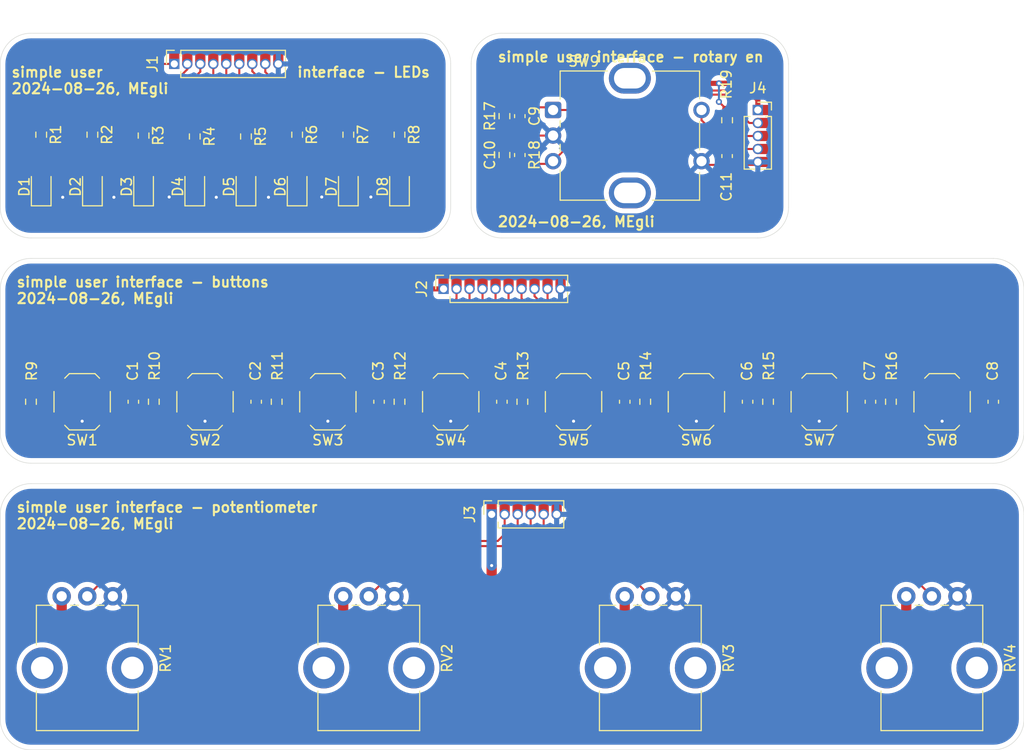
<source format=kicad_pcb>
(kicad_pcb (version 20240108) (generator "pcbnew") (generator_version "8.0")
  (layers (0 "F.Cu" signal) (31 "B.Cu" signal) (34 "B.Paste" user) (35 "F.Paste" user) (36 "B.SilkS" user "B.Silkscreen") (37 "F.SilkS" user "F.Silkscreen") (38 "B.Mask" user) (39 "F.Mask" user) (44 "Edge.Cuts" user))
  (net 0 "")
  (net 1 "GND2")
  (net 2 "/BTN1")
  (net 3 "/BTN2")
  (net 4 "/BTN3")
  (net 5 "/BTN4")
  (net 6 "/BTN5")
  (net 7 "/BTN6")
  (net 8 "/BTN7")
  (net 9 "/BTN8")
  (net 10 "/ROT1_A")
  (net 11 "GND5")
  (net 12 "/ROT1_B")
  (net 13 "/ROT1_BTN")
  (net 14 "Net-(D1-A)")
  (net 15 "GND1")
  (net 16 "Net-(D2-A)")
  (net 17 "Net-(D3-A)")
  (net 18 "Net-(D4-A)")
  (net 19 "Net-(D5-A)")
  (net 20 "Net-(D6-A)")
  (net 21 "Net-(D7-A)")
  (net 22 "Net-(D8-A)")
  (net 23 "/LED7")
  (net 24 "/LED5")
  (net 25 "/LED6")
  (net 26 "/LED1")
  (net 27 "/LED2")
  (net 28 "/LED4")
  (net 29 "/LED3")
  (net 30 "/LED8")
  (net 31 "VCC2")
  (net 32 "/POTI1")
  (net 33 "/POTI3")
  (net 34 "GND4")
  (net 35 "VCC3")
  (net 36 "/POTI4")
  (net 37 "/POTI2")
  (net 38 "VCC5")
  (footprint "Resistor_SMD:R_0603_1608Metric_Pad0.98x0.95mm_HandSolder" (layer "F.Cu") (at 163 81 90)
    (property "Reference" "R11")
    (property "Value" "10k")
  )
  (footprint "Connector_PinSocket_1.27mm:PinSocket_1x06_P1.27mm_Vertical" (layer "F.Cu") (at 184 92 90)
    (property "Reference" "J3")
    (property "Value" "Conn_01x06_Pin")
  )
  (footprint "Resistor_SMD:R_0603_1608Metric_Pad0.98x0.95mm_HandSolder" (layer "F.Cu") (at 165 54.9125 -90)
    (property "Reference" "R6")
    (property "Value" "1k")
  )
  (footprint "Capacitor_SMD:C_0603_1608Metric_Pad1.08x0.95mm_HandSolder" (layer "F.Cu") (at 233 81 -90)
    (property "Reference" "C8")
    (property "Value" "1nF")
  )
  (footprint "Resistor_SMD:R_0603_1608Metric_Pad0.98x0.95mm_HandSolder" (layer "F.Cu") (at 199 81 90)
    (property "Reference" "R14")
    (property "Value" "10k")
  )
  (footprint "Resistor_SMD:R_0603_1608Metric_Pad0.98x0.95mm_HandSolder" (layer "F.Cu") (at 170 54.9125 -90)
    (property "Reference" "R7")
    (property "Value" "1k")
  )
  (footprint "LED_SMD:LED_0805_2012Metric_Pad1.15x1.40mm_HandSolder" (layer "F.Cu") (at 165 60 90)
    (property "Reference" "D6")
    (property "Value" "LED")
  )
  (footprint "Resistor_SMD:R_0603_1608Metric_Pad0.98x0.95mm_HandSolder" (layer "F.Cu") (at 185.25 56.9 -90)
    (property "Reference" "R18")
    (property "Value" "10k")
  )
  (footprint "Button_Switch_SMD:SW_SPST_TL3342" (layer "F.Cu") (at 192 81 180)
    (property "Reference" "SW5")
    (property "Value" "SW_Push")
  )
  (footprint "Capacitor_SMD:C_0603_1608Metric_Pad1.08x0.95mm_HandSolder" (layer "F.Cu") (at 161 81 -90)
    (property "Reference" "C2")
    (property "Value" "1nF")
  )
  (footprint "Button_Switch_SMD:SW_SPST_TL3342" (layer "F.Cu") (at 156 81 180)
    (property "Reference" "SW2")
    (property "Value" "SW_Push")
  )
  (footprint "Resistor_SMD:R_0603_1608Metric_Pad0.98x0.95mm_HandSolder" (layer "F.Cu") (at 150 55 -90)
    (property "Reference" "R3")
    (property "Value" "1k")
  )
  (footprint "Capacitor_SMD:C_0603_1608Metric_Pad1.08x0.95mm_HandSolder" (layer "F.Cu") (at 207 57 -90)
    (property "Reference" "C11")
    (property "Value" "1nF")
  )
  (footprint "Resistor_SMD:R_0603_1608Metric_Pad0.98x0.95mm_HandSolder" (layer "F.Cu") (at 185.25 53.1 90)
    (property "Reference" "R17")
    (property "Value" "10k")
  )
  (footprint "LED_SMD:LED_0805_2012Metric_Pad1.15x1.40mm_HandSolder" (layer "F.Cu") (at 160 60 90)
    (property "Reference" "D5")
    (property "Value" "LED")
  )
  (footprint "Button_Switch_SMD:SW_SPST_TL3342" (layer "F.Cu") (at 180 81 180)
    (property "Reference" "SW4")
    (property "Value" "SW_Push")
  )
  (footprint "Capacitor_SMD:C_0603_1608Metric_Pad1.08x0.95mm_HandSolder" (layer "F.Cu") (at 185 81 -90)
    (property "Reference" "C4")
    (property "Value" "1nF")
  )
  (footprint "Button_Switch_SMD:SW_SPST_TL3342" (layer "F.Cu") (at 228 81 180)
    (property "Reference" "SW8")
    (property "Value" "SW_Push")
  )
  (footprint "Capacitor_SMD:C_0603_1608Metric_Pad1.08x0.95mm_HandSolder" (layer "F.Cu") (at 221 81 -90)
    (property "Reference" "C7")
    (property "Value" "1nF")
  )
  (footprint "Potentiometer_THT:Potentiometer_Bourns_PTV09A-1_Single_Vertical" (layer "F.Cu") (at 142 100 -90)
    (property "Reference" "RV1")
    (property "Value" "R_Potentiometer")
  )
  (footprint "Resistor_SMD:R_0603_1608Metric_Pad0.98x0.95mm_HandSolder" (layer "F.Cu") (at 145 54.9125 -90)
    (property "Reference" "R2")
    (property "Value" "1k")
  )
  (footprint "Resistor_SMD:R_0603_1608Metric_Pad0.98x0.95mm_HandSolder" (layer "F.Cu") (at 207 53.5 -90)
    (property "Reference" "R19")
    (property "Value" "10k")
  )
  (footprint "Capacitor_SMD:C_0603_1608Metric_Pad1.08x0.95mm_HandSolder" (layer "F.Cu") (at 186.75 53.1 -90)
    (property "Reference" "C9")
    (property "Value" "1nF")
  )
  (footprint "Capacitor_SMD:C_0603_1608Metric_Pad1.08x0.95mm_HandSolder" (layer "F.Cu") (at 197 81 -90)
    (property "Reference" "C5")
    (property "Value" "1nF")
  )
  (footprint "Button_Switch_SMD:SW_SPST_TL3342" (layer "F.Cu") (at 204 81 180)
    (property "Reference" "SW6")
    (property "Value" "SW_Push")
  )
  (footprint "Resistor_SMD:R_0603_1608Metric_Pad0.98x0.95mm_HandSolder" (layer "F.Cu") (at 155 55.0875 -90)
    (property "Reference" "R4")
    (property "Value" "1k")
  )
  (footprint "Capacitor_SMD:C_0603_1608Metric_Pad1.08x0.95mm_HandSolder" (layer "F.Cu") (at 186.75 56.9 90)
    (property "Reference" "C10")
    (property "Value" "1nF")
  )
  (footprint "Potentiometer_THT:Potentiometer_Bourns_PTV09A-1_Single_Vertical" (layer "F.Cu") (at 197 100 -90)
    (property "Reference" "RV3")
    (property "Value" "R_Potentiometer")
  )
  (footprint "Potentiometer_THT:Potentiometer_Bourns_PTV09A-1_Single_Vertical" (layer "F.Cu") (at 224.5 100 -90)
    (property "Reference" "RV4")
    (property "Value" "R_Potentiometer")
  )
  (footprint "Capacitor_SMD:C_0603_1608Metric_Pad1.08x0.95mm_HandSolder" (layer "F.Cu") (at 149 81 -90)
    (property "Reference" "C1")
    (property "Value" "1nF")
  )
  (footprint "Button_Switch_SMD:SW_SPST_TL3342" (layer "F.Cu") (at 168 81 180)
    (property "Reference" "SW3")
    (property "Value" "SW_Push")
  )
  (footprint "LED_SMD:LED_0805_2012Metric_Pad1.15x1.40mm_HandSolder" (layer "F.Cu") (at 170 60 90)
    (property "Reference" "D7")
    (property "Value" "LED")
  )
  (footprint "LED_SMD:LED_0805_2012Metric_Pad1.15x1.40mm_HandSolder" (layer "F.Cu") (at 155 60 90)
    (property "Reference" "D4")
    (property "Value" "LED")
  )
  (footprint "Capacitor_SMD:C_0603_1608Metric_Pad1.08x0.95mm_HandSolder" (layer "F.Cu") (at 209 81 -90)
    (property "Reference" "C6")
    (property "Value" "1nF")
  )
  (footprint "Resistor_SMD:R_0603_1608Metric_Pad0.98x0.95mm_HandSolder" (layer "F.Cu") (at 211 81 90)
    (property "Reference" "R15")
    (property "Value" "10k")
  )
  (footprint "Resistor_SMD:R_0603_1608Metric_Pad0.98x0.95mm_HandSolder" (layer "F.Cu") (at 140 54.9125 -90)
    (property "Reference" "R1")
    (property "Value" "1k")
  )
  (footprint "Connector_PinSocket_1.27mm:PinSocket_1x09_P1.27mm_Vertical" (layer "F.Cu") (at 153 48 90)
    (property "Reference" "J1")
    (property "Value" "Conn_01x09_Pin")
  )
  (footprint "Resistor_SMD:R_0603_1608Metric_Pad0.98x0.95mm_HandSolder" (layer "F.Cu") (at 139 81 90)
    (property "Reference" "R9")
    (property "Value" "10k")
  )
  (footprint "Button_Switch_SMD:SW_SPST_TL3342" (layer "F.Cu") (at 216 81 180)
    (property "Reference" "SW7")
    (property "Value" "SW_Push")
  )
  (footprint "Capacitor_SMD:C_0603_1608Metric_Pad1.08x0.95mm_HandSolder" (layer "F.Cu") (at 173 81 -90)
    (property "Reference" "C3")
    (property "Value" "1nF")
  )
  (footprint "LED_SMD:LED_0805_2012Metric_Pad1.15x1.40mm_HandSolder" (layer "F.Cu") (at 150 60 90)
    (property "Reference" "D3")
    (property "Value" "LED")
  )
  (footprint "Connector_PinSocket_1.27mm:PinSocket_1x05_P1.27mm_Vertical" (layer "F.Cu") (at 210 52.5)
    (property "Reference" "J4")
    (property "Value" "Conn_01x05_Pin")
  )
  (footprint "Potentiometer_THT:Potentiometer_Bourns_PTV09A-1_Single_Vertical" (layer "F.Cu") (at 169.5 100 -90)
    (property "Reference" "RV2")
    (property "Value" "R_Potentiometer")
  )
  (footprint "LED_SMD:LED_0805_2012Metric_Pad1.15x1.40mm_HandSolder" (layer "F.Cu") (at 140 60 90)
    (property "Reference" "D1")
    (property "Value" "LED")
  )
  (footprint "Resistor_SMD:R_0603_1608Metric_Pad0.98x0.95mm_HandSolder" (layer "F.Cu") (at 223 81 90)
    (property "Reference" "R16")
    (property "Value" "10k")
  )
  (footprint "Rotary_Encoder:RotaryEncoder_Bourns_Vertical_PEC12R-3x17F-Sxxxx" (layer "F.Cu") (at 190 52.5)
    (property "Reference" "SW9")
    (property "Value" "RotaryEncoder_Switch_MP")
  )
  (footprint "Resistor_SMD:R_0603_1608Metric_Pad0.98x0.95mm_HandSolder" (layer "F.Cu") (at 175 54.9125 -90)
    (property "Reference" "R8")
    (property "Value" "1k")
  )
  (footprint "LED_SMD:LED_0805_2012Metric_Pad1.15x1.40mm_HandSolder" (layer "F.Cu") (at 175 60 90)
    (property "Reference" "D8")
    (property "Value" "LED")
  )
  (footprint "Resistor_SMD:R_0603_1608Metric_Pad0.98x0.95mm_HandSolder" (layer "F.Cu") (at 175 81 90)
    (property "Reference" "R12")
    (property "Value" "10k")
  )
  (footprint "LED_SMD:LED_0805_2012Metric_Pad1.15x1.40mm_HandSolder" (layer "F.Cu") (at 145 60 90)
    (property "Reference" "D2")
    (property "Value" "LED")
  )
  (footprint "Connector_PinSocket_1.27mm:PinSocket_1x10_P1.27mm_Vertical" (layer "F.Cu") (at 179.3 69.975 90)
    (property "Reference" "J2")
    (property "Value" "Conn_01x10_Pin")
  )
  (footprint "Resistor_SMD:R_0603_1608Metric_Pad0.98x0.95mm_HandSolder" (layer "F.Cu") (at 160 55.0875 -90)
    (property "Reference" "R5")
    (property "Value" "1k")
  )
  (footprint "Button_Switch_SMD:SW_SPST_TL3342" (layer "F.Cu") (at 144 81 180)
    (property "Reference" "SW1")
    (property "Value" "SW_Push")
  )
  (footprint "Resistor_SMD:R_0603_1608Metric_Pad0.98x0.95mm_HandSolder" (layer "F.Cu") (at 187 81 90)
    (property "Reference" "R13")
    (property "Value" "10k")
  )
  (footprint "Resistor_SMD:R_0603_1608Metric_Pad0.98x0.95mm_HandSolder" (layer "F.Cu") (at 151 81 90)
    (property "Reference" "R10")
    (property "Value" "10k")
  )
  (gr_line (start 184 92) (end 184 90.5) (stroke (width 1)) (layer "F.Cu") (net 35))
  (gr_line (start 185.27 92) (end 185.27 90.5) (stroke (width 1)) (layer "F.Cu") (net 32))
  (gr_line (start 179.3 69.975) (end 179.3 68.475) (stroke (width 1)) (layer "F.Cu") (net 31))
  (gr_line (start 185.65 69.975) (end 185.65 68.475) (stroke (width 1)) (layer "F.Cu") (net 6))
  (gr_line (start 159.35 48) (end 159.35 46.5) (stroke (width 1)) (layer "F.Cu") (net 25))
  (gr_line (start 160.62 48) (end 160.62 46.5) (stroke (width 1)) (layer "F.Cu") (net 23))
  (gr_line (start 184.38 69.975) (end 184.38 68.475) (stroke (width 1)) (layer "F.Cu") (net 5))
  (gr_line (start 210 56.31) (end 211.5 56.31) (stroke (width 1)) (layer "F.Cu") (net 13))
  (gr_line (start 181.84 69.975) (end 181.84 68.475) (stroke (width 1)) (layer "F.Cu") (net 3))
  (gr_line (start 155.54 48) (end 155.54 46.5) (stroke (width 1)) (layer "F.Cu") (net 29))
  (gr_line (start 210 57.58) (end 211.5 57.58) (stroke (width 1)) (layer "F.Cu") (net 11))
  (gr_line (start 154.27 48) (end 154.27 46.5) (stroke (width 1)) (layer "F.Cu") (net 27))
  (gr_line (start 210 55.04) (end 211.5 55.04) (stroke (width 1)) (layer "F.Cu") (net 12))
  (gr_line (start 210 52.5) (end 211.5 52.5) (stroke (width 1)) (layer "F.Cu") (net 38))
  (gr_line (start 210 53.77) (end 211.5 53.77) (stroke (width 1)) (layer "F.Cu") (net 10))
  (gr_line (start 158.08 48) (end 158.08 46.5) (stroke (width 1)) (layer "F.Cu") (net 24))
  (gr_line (start 189.46 69.975) (end 189.46 68.475) (stroke (width 1)) (layer "F.Cu") (net 9))
  (gr_line (start 190.35 92) (end 190.35 90.5) (stroke (width 1)) (layer "F.Cu") (net 34))
  (gr_line (start 186.92 69.975) (end 186.92 68.475) (stroke (width 1)) (layer "F.Cu") (net 7))
  (gr_line (start 190.73 69.975) (end 190.73 68.475) (stroke (width 1)) (layer "F.Cu") (net 1))
  (gr_line (start 187.81 92) (end 187.81 90.5) (stroke (width 1)) (layer "F.Cu") (net 33))
  (gr_line (start 180.57 69.975) (end 180.57 68.475) (stroke (width 1)) (layer "F.Cu") (net 2))
  (gr_line (start 183.11 69.975) (end 183.11 68.475) (stroke (width 1)) (layer "F.Cu") (net 4))
  (gr_line (start 188.19 69.975) (end 188.19 68.475) (stroke (width 1)) (layer "F.Cu") (net 8))
  (gr_line (start 189.08 92) (end 189.08 90.5) (stroke (width 1)) (layer "F.Cu") (net 36))
  (gr_line (start 161.89 48) (end 161.89 46.5) (stroke (width 1)) (layer "F.Cu") (net 30))
  (gr_line (start 186.54 92) (end 186.54 90.5) (stroke (width 1)) (layer "F.Cu") (net 37))
  (gr_line (start 163.16 48) (end 163.16 46.5) (stroke (width 1)) (layer "F.Cu") (net 15))
  (gr_line (start 153 48) (end 153 46.5) (stroke (width 1)) (layer "F.Cu") (net 26))
  (gr_line (start 156.81 48) (end 156.81 46.5) (stroke (width 1)) (layer "F.Cu") (net 28))
  (gr_arc (start 182 48) (mid 182.87868 45.87868) (end 185 45) (stroke (width 0.05)) (layer "Edge.Cuts"))
  (gr_line (start 185 65) (end 210 65) (stroke (width 0.05)) (layer "Edge.Cuts"))
  (gr_line (start 139 67) (end 233 67) (stroke (width 0.05)) (layer "Edge.Cuts"))
  (gr_arc (start 236 84) (mid 235.12132 86.12132) (end 233 87) (stroke (width 0.05)) (layer "Edge.Cuts"))
  (gr_line (start 139 115) (end 233 115) (stroke (width 0.05)) (layer "Edge.Cuts"))
  (gr_line (start 136 92) (end 136 112) (stroke (width 0.05)) (layer "Edge.Cuts"))
  (gr_line (start 180 62) (end 180 48) (stroke (width 0.05)) (layer "Edge.Cuts"))
  (gr_line (start 139 65) (end 177 65) (stroke (width 0.05)) (layer "Edge.Cuts"))
  (gr_line (start 136 48) (end 136 62) (stroke (width 0.05)) (layer "Edge.Cuts"))
  (gr_line (start 177 45) (end 139 45) (stroke (width 0.05)) (layer "Edge.Cuts"))
  (gr_line (start 236 70) (end 236 84) (stroke (width 0.05)) (layer "Edge.Cuts"))
  (gr_arc (start 185 65) (mid 182.87868 64.12132) (end 182 62) (stroke (width 0.05)) (layer "Edge.Cuts"))
  (gr_line (start 213 48) (end 213 62) (stroke (width 0.05)) (layer "Edge.Cuts"))
  (gr_line (start 185 45) (end 210 45) (stroke (width 0.05)) (layer "Edge.Cuts"))
  (gr_line (start 139 89) (end 233 89) (stroke (width 0.05)) (layer "Edge.Cuts"))
  (gr_arc (start 177 45) (mid 179.12132 45.87868) (end 180 48) (stroke (width 0.05)) (layer "Edge.Cuts"))
  (gr_line (start 236 92) (end 236 112) (stroke (width 0.05)) (layer "Edge.Cuts"))
  (gr_arc (start 139 87) (mid 136.87868 86.12132) (end 136 84) (stroke (width 0.05)) (layer "Edge.Cuts"))
  (gr_arc (start 136 48) (mid 136.87868 45.87868) (end 139 45) (stroke (width 0.05)) (layer "Edge.Cuts"))
  (gr_line (start 136 84) (end 136 70) (stroke (width 0.05)) (layer "Edge.Cuts"))
  (gr_arc (start 233 67) (mid 235.12132 67.87868) (end 236 70) (stroke (width 0.05)) (layer "Edge.Cuts"))
  (gr_arc (start 233 89) (mid 235.12132 89.87868) (end 236 92) (stroke (width 0.05)) (layer "Edge.Cuts"))
  (gr_line (start 182 48) (end 182 62) (stroke (width 0.05)) (layer "Edge.Cuts"))
  (gr_arc (start 180 62) (mid 179.12132 64.12132) (end 177 65) (stroke (width 0.05)) (layer "Edge.Cuts"))
  (gr_arc (start 136 70) (mid 136.87868 67.87868) (end 139 67) (stroke (width 0.05)) (layer "Edge.Cuts"))
  (gr_arc (start 213 62) (mid 212.12132 64.12132) (end 210 65) (stroke (width 0.05)) (layer "Edge.Cuts"))
  (gr_arc (start 210 45) (mid 212.12132 45.87868) (end 213 48) (stroke (width 0.05)) (layer "Edge.Cuts"))
  (gr_arc (start 236 112) (mid 235.12132 114.12132) (end 233 115) (stroke (width 0.05)) (layer "Edge.Cuts"))
  (gr_arc (start 139 115) (mid 136.87868 114.12132) (end 136 112) (stroke (width 0.05)) (layer "Edge.Cuts"))
  (gr_arc (start 139 65) (mid 136.87868 64.12132) (end 136 62) (stroke (width 0.05)) (layer "Edge.Cuts"))
  (gr_arc (start 136 92) (mid 136.87868 89.87868) (end 139 89) (stroke (width 0.05)) (layer "Edge.Cuts"))
  (gr_line (start 233 87) (end 139 87) (stroke (width 0.05)) (layer "Edge.Cuts"))
  (gr_text "simple user interface - potentiometer\n2024-08-26, MEgli" (at 137.5 93.5 0) (layer "F.SilkS") (effects (font (size 1 1) (thickness 0.2) (bold yes)) (justify left bottom)))
  (gr_text "simple user interface - rotary en\n\n\n\n\n\n\n\n\n\n2024-08-26, MEgli" (at 184.5 64 0) (layer "F.SilkS") (effects (font (size 1 1) (thickness 0.2) (bold yes)) (justify left bottom)))
  (gr_text "simple user interface - buttons\n2024-08-26, MEgli" (at 137.5 71.5 0) (layer "F.SilkS") (effects (font (size 1 1) (thickness 0.2) (bold yes)) (justify left bottom)))
  (gr_text "simple user                         interface - LEDs\n2024-08-26, MEgli" (at 137 51 0) (layer "F.SilkS") (effects (font (size 1 1) (thickness 0.2) (bold yes)) (justify left bottom)))
  (segment (start 149 81.8625) (end 148.1875 81.8625) (width 0.2) (layer "F.Cu") (net 1))
  (segment (start 192 82.9) (end 188.85 82.9) (width 0.2) (layer "F.Cu") (net 1))
  (segment (start 209 81.8625) (end 208.1875 81.8625) (width 0.2) (layer "F.Cu") (net 1))
  (segment (start 195.15 82.9) (end 192 82.9) (width 0.2) (layer "F.Cu") (net 1))
  (segment (start 180 82.9) (end 176.85 82.9) (width 0.2) (layer "F.Cu") (net 1))
  (segment (start 200.85 82.9) (end 204 82.9) (width 0.2) (layer "F.Cu") (net 1))
  (segment (start 221 81.8625) (end 220.1875 81.8625) (width 0.2) (layer "F.Cu") (net 1))
  (segment (start 232.1875 81.8625) (end 231.15 82.9) (width 0.2) (layer "F.Cu") (net 1))
  (segment (start 160.1875 81.8625) (end 159.15 82.9) (width 0.2) (layer "F.Cu") (net 1))
  (segment (start 216 82.9) (end 212.85 82.9) (width 0.2) (layer "F.Cu") (net 1))
  (segment (start 144 82.9) (end 147.15 82.9) (width 0.2) (layer "F.Cu") (net 1))
  (segment (start 168 82.9) (end 164.85 82.9) (width 0.2) (layer "F.Cu") (net 1))
  (segment (start 173 81.8625) (end 172.1875 81.8625) (width 0.2) (layer "F.Cu") (net 1))
  (segment (start 220.1875 81.8625) (end 219.15 82.9) (width 0.2) (layer "F.Cu") (net 1))
  (segment (start 152.85 82.9) (end 156 82.9) (width 0.2) (layer "F.Cu") (net 1))
  (segment (start 219.15 82.9) (end 216 82.9) (width 0.2) (layer "F.Cu") (net 1))
  (segment (start 161 81.8625) (end 160.1875 81.8625) (width 0.2) (layer "F.Cu") (net 1))
  (segment (start 156 82.9) (end 159.15 82.9) (width 0.2) (layer "F.Cu") (net 1))
  (segment (start 196.1875 81.8625) (end 195.15 82.9) (width 0.2) (layer "F.Cu") (net 1))
  (segment (start 148.1875 81.8625) (end 147.15 82.9) (width 0.2) (layer "F.Cu") (net 1))
  (segment (start 171.15 82.9) (end 168 82.9) (width 0.2) (layer "F.Cu") (net 1))
  (segment (start 233 81.8625) (end 232.1875 81.8625) (width 0.2) (layer "F.Cu") (net 1))
  (segment (start 172.1875 81.8625) (end 171.15 82.9) (width 0.2) (layer "F.Cu") (net 1))
  (segment (start 204 82.9) (end 207.15 82.9) (width 0.2) (layer "F.Cu") (net 1))
  (segment (start 228 82.9) (end 224.85 82.9) (width 0.2) (layer "F.Cu") (net 1))
  (segment (start 208.1875 81.8625) (end 207.15 82.9) (width 0.2) (layer "F.Cu") (net 1))
  (segment (start 184.1875 81.8625) (end 183.15 82.9) (width 0.2) (layer "F.Cu") (net 1))
  (segment (start 183.15 82.9) (end 180 82.9) (width 0.2) (layer "F.Cu") (net 1))
  (segment (start 140.85 82.9) (end 144 82.9) (width 0.2) (layer "F.Cu") (net 1))
  (segment (start 197 81.8625) (end 196.1875 81.8625) (width 0.2) (layer "F.Cu") (net 1))
  (segment (start 185 81.8625) (end 184.1875 81.8625) (width 0.2) (layer "F.Cu") (net 1))
  (segment (start 231.15 82.9) (end 228 82.9) (width 0.2) (layer "F.Cu") (net 1))
  (via (at 192 82.9) (size 0.6) (drill 0.3) (layers "F.Cu" "B.Cu") (net 1))
  (via (at 228 82.9) (size 0.6) (drill 0.3) (layers "F.Cu" "B.Cu") (net 1))
  (via (at 168 82.9) (size 0.6) (drill 0.3) (layers "F.Cu" "B.Cu") (net 1))
  (via (at 204 82.9) (size 0.6) (drill 0.3) (layers "F.Cu" "B.Cu") (net 1))
  (via (at 156 82.9) (size 0.6) (drill 0.3) (layers "F.Cu" "B.Cu") (net 1))
  (via (at 180 82.9) (size 0.6) (drill 0.3) (layers "F.Cu" "B.Cu") (net 1))
  (via (at 144 82.9) (size 0.6) (drill 0.3) (layers "F.Cu" "B.Cu") (net 1))
  (via (at 216 82.9) (size 0.6) (drill 0.3) (layers "F.Cu" "B.Cu") (net 1))
  (segment (start 140.85 79.1) (end 147.15 79.1) (width 0.2) (layer "F.Cu") (net 2))
  (segment (start 180 71.5) (end 154.75 71.5) (width 0.2) (layer "F.Cu") (net 2))
  (segment (start 139.8625 80.0875) (end 139 80.0875) (width 0.2) (layer "F.Cu") (net 2))
  (segment (start 180.57 69.975) (end 180.57 70.93) (width 0.2) (layer "F.Cu") (net 2))
  (segment (start 148.1875 80.1375) (end 149 80.1375) (width 0.2) (layer "F.Cu") (net 2))
  (segment (start 154.75 71.5) (end 147.15 79.1) (width 0.2) (layer "F.Cu") (net 2))
  (segment (start 180.57 70.93) (end 180 71.5) (width 0.2) (layer "F.Cu") (net 2))
  (segment (start 140.85 79.1) (end 139.8625 80.0875) (width 0.2) (layer "F.Cu") (net 2))
  (segment (start 147.15 79.1) (end 148.1875 80.1375) (width 0.2) (layer "F.Cu") (net 2))
  (segment (start 159.15 79.1) (end 152.85 79.1) (width 0.2) (layer "F.Cu") (net 3))
  (segment (start 152.85 79.1) (end 151.8625 80.0875) (width 0.2) (layer "F.Cu") (net 3))
  (segment (start 181.84 71.16) (end 181 72) (width 0.2) (layer "F.Cu") (net 3))
  (segment (start 160.1875 80.1375) (end 161 80.1375) (width 0.2) (layer "F.Cu") (net 3))
  (segment (start 151.8625 80.0875) (end 151 80.0875) (width 0.2) (layer "F.Cu") (net 3))
  (segment (start 166.25 72) (end 159.15 79.1) (width 0.2) (layer "F.Cu") (net 3))
  (segment (start 181.84 69.975) (end 181.84 71.16) (width 0.2) (layer "F.Cu") (net 3))
  (segment (start 159.15 79.1) (end 160.1875 80.1375) (width 0.2) (layer "F.Cu") (net 3))
  (segment (start 181 72) (end 166.25 72) (width 0.2) (layer "F.Cu") (net 3))
  (segment (start 163.8625 80.0875) (end 163 80.0875) (width 0.2) (layer "F.Cu") (net 4))
  (segment (start 164.85 79.1) (end 171.15 79.1) (width 0.2) (layer "F.Cu") (net 4))
  (segment (start 183.11 71.39) (end 182 72.5) (width 0.2) (layer "F.Cu") (net 4))
  (segment (start 183.11 69.975) (end 183.11 71.39) (width 0.2) (layer "F.Cu") (net 4))
  (segment (start 172.1875 80.1375) (end 173 80.1375) (width 0.2) (layer "F.Cu") (net 4))
  (segment (start 171.15 79.1) (end 172.1875 80.1375) (width 0.2) (layer "F.Cu") (net 4))
  (segment (start 177.75 72.5) (end 171.15 79.1) (width 0.2) (layer "F.Cu") (net 4))
  (segment (start 182 72.5) (end 177.75 72.5) (width 0.2) (layer "F.Cu") (net 4))
  (segment (start 164.85 79.1) (end 163.8625 80.0875) (width 0.2) (layer "F.Cu") (net 4))
  (segment (start 175 80.0875) (end 175.8625 80.0875) (width 0.2) (layer "F.Cu") (net 5))
  (segment (start 184.1875 80.1375) (end 185 80.1375) (width 0.2) (layer "F.Cu") (net 5))
  (segment (start 184.38 77.87) (end 183.15 79.1) (width 0.2) (layer "F.Cu") (net 5))
  (segment (start 176.85 79.1) (end 183.15 79.1) (width 0.2) (layer "F.Cu") (net 5))
  (segment (start 175.8625 80.0875) (end 176.85 79.1) (width 0.2) (layer "F.Cu") (net 5))
  (segment (start 184.38 69.975) (end 184.38 77.87) (width 0.2) (layer "F.Cu") (net 5))
  (segment (start 183.15 79.1) (end 184.1875 80.1375) (width 0.2) (layer "F.Cu") (net 5))
  (segment (start 196.1875 80.1375) (end 197 80.1375) (width 0.2) (layer "F.Cu") (net 6))
  (segment (start 195.15 79.1) (end 196.1875 80.1375) (width 0.2) (layer "F.Cu") (net 6))
  (segment (start 185.65 69.975) (end 185.65 75.9) (width 0.2) (layer "F.Cu") (net 6))
  (segment (start 188.85 79.1) (end 195.15 79.1) (width 0.2) (layer "F.Cu") (net 6))
  (segment (start 187 80.0875) (end 187.8625 80.0875) (width 0.2) (layer "F.Cu") (net 6))
  (segment (start 187.8625 80.0875) (end 188.85 79.1) (width 0.2) (layer "F.Cu") (net 6))
  (segment (start 185.65 75.9) (end 188.85 79.1) (width 0.2) (layer "F.Cu") (net 6))
  (segment (start 208.1875 80.1375) (end 207.15 79.1) (width 0.2) (layer "F.Cu") (net 7))
  (segment (start 209 80.1375) (end 208.1875 80.1375) (width 0.2) (layer "F.Cu") (net 7))
  (segment (start 186.92 70.92) (end 188.5 72.5) (width 0.2) (layer "F.Cu") (net 7))
  (segment (start 199 80.0875) (end 199.8625 80.0875) (width 0.2) (layer "F.Cu") (net 7))
  (segment (start 194.25 72.5) (end 200.85 79.1) (width 0.2) (layer "F.Cu") (net 7))
  (segment (start 186.92 69.975) (end 186.92 70.92) (width 0.2) (layer "F.Cu") (net 7))
  (segment (start 188.5 72.5) (end 194.25 72.5) (width 0.2) (layer "F.Cu") (net 7))
  (segment (start 199.8625 80.0875) (end 200.85 79.1) (width 0.2) (layer "F.Cu") (net 7))
  (segment (start 200.85 79.1) (end 207.15 79.1) (width 0.2) (layer "F.Cu") (net 7))
  (segment (start 211 80.0875) (end 211.8625 80.0875) (width 0.2) (layer "F.Cu") (net 8))
  (segment (start 205.75 72) (end 212.85 79.1) (width 0.2) (layer "F.Cu") (net 8))
  (segment (start 188.19 70.69) (end 189.5 72) (width 0.2) (layer "F.Cu") (net 8))
  (segment (start 219.15 79.1) (end 220.1875 80.1375) (width 0.2) (layer "F.Cu") (net 8))
  (segment (start 220.1875 80.1375) (end 221 80.1375) (width 0.2) (layer "F.Cu") (net 8))
  (segment (start 212.85 79.1) (end 219.15 79.1) (width 0.2) (layer "F.Cu") (net 8))
  (segment (start 188.19 69.975) (end 188.19 70.69) (width 0.2) (layer "F.Cu") (net 8))
  (segment (start 189.5 72) (end 205.75 72) (width 0.2) (layer "F.Cu") (net 8))
  (segment (start 211.8625 80.0875) (end 212.85 79.1) (width 0.2) (layer "F.Cu") (net 8))
  (segment (start 189.46 70.96) (end 190 71.5) (width 0.2) (layer "F.Cu") (net 9))
  (segment (start 224.85 79.1) (end 231.15 79.1) (width 0.2) (layer "F.Cu") (net 9))
  (segment (start 223.8625 80.0875) (end 224.85 79.1) (width 0.2) (layer "F.Cu") (net 9))
  (segment (start 190 71.5) (end 217.25 71.5) (width 0.2) (layer "F.Cu") (net 9))
  (segment (start 217.25 71.5) (end 224.85 79.1) (width 0.2) (layer "F.Cu") (net 9))
  (segment (start 231.15 79.1) (end 232.1875 80.1375) (width 0.2) (layer "F.Cu") (net 9))
  (segment (start 189.46 69.975) (end 189.46 70.96) (width 0.2) (layer "F.Cu") (net 9))
  (segment (start 223 80.0875) (end 223.8625 80.0875) (width 0.2) (layer "F.Cu") (net 9))
  (segment (start 232.1875 80.1375) (end 233 80.1375) (width 0.2) (layer "F.Cu") (net 9))
  (segment (start 186.75 52.2375) (end 185.3 52.2375) (width 0.2) (layer "F.Cu") (net 10))
  (segment (start 186.75 52.2375) (end 189.7375 52.2375) (width 0.2) (layer "F.Cu") (net 10))
  (segment (start 208.5 53.1) (end 208.5 51.634314) (width 0.2) (layer "F.Cu") (net 10))
  (segment (start 207.465686 50.6) (end 202.834314 50.6) (width 0.2) (layer "F.Cu") (net 10))
  (segment (start 185.3 52.2375) (end 185.25 52.1875) (width 0.2) (layer "F.Cu") (net 10))
  (segment (start 202.834314 50.6) (end 200.934314 52.5) (width 0.2) (layer "F.Cu") (net 10))
  (segment (start 209.17 53.77) (end 208.5 53.1) (width 0.2) (layer "F.Cu") (net 10))
  (segment (start 210 53.77) (end 209.17 53.77) (width 0.2) (layer "F.Cu") (net 10))
  (segment (start 200.934314 52.5) (end 190 52.5) (width 0.2) (layer "F.Cu") (net 10))
  (segment (start 189.7375 52.2375) (end 190 52.5) (width 0.2) (layer "F.Cu") (net 10))
  (segment (start 208.5 51.634314) (end 207.465686 50.6) (width 0.2) (layer "F.Cu") (net 10))
  (segment (start 209.7175 57.8625) (end 210 57.58) (width 0.2) (layer "F.Cu") (net 11))
  (segment (start 207 57.8625) (end 204.8625 57.8625) (width 0.2) (layer "F.Cu") (net 11))
  (segment (start 204.8625 57.8625) (end 204.5 57.5) (width 0.2) (layer "F.Cu") (net 11))
  (segment (start 207 57.8625) (end 209.7175 57.8625) (width 0.2) (layer "F.Cu") (net 11))
  (segment (start 190 55) (end 187.7875 55) (width 0.2) (layer "F.Cu") (net 11))
  (segment (start 187.7875 55) (end 186.75 53.9625) (width 0.2) (layer "F.Cu") (net 11))
  (segment (start 187.7875 55) (end 186.75 56.0375) (width 0.2) (layer "F.Cu") (net 11))
  (segment (start 186.75 57.7625) (end 185.3 57.7625) (width 0.2) (layer "F.Cu") (net 12))
  (segment (start 201.334315 52.665685) (end 203 51) (width 0.2) (layer "F.Cu") (net 12))
  (segment (start 186.75 57.7625) (end 189.7375 57.7625) (width 0.2) (layer "F.Cu") (net 12))
  (segment (start 203 51) (end 207.3 51) (width 0.2) (layer "F.Cu") (net 12))
  (segment (start 208.64 55.04) (end 210 55.04) (width 0.2) (layer "F.Cu") (net 12))
  (segment (start 208.1 51.8) (end 208.1 54.5) (width 0.2) (layer "F.Cu") (net 12))
  (segment (start 201.099999 52.9) (end 201.334314 52.665685) (width 0.2) (layer "F.Cu") (net 12))
  (segment (start 185.3 57.7625) (end 185.25 57.8125) (width 0.2) (layer "F.Cu") (net 12))
  (segment (start 207.3 51) (end 208.1 51.8) (width 0.2) (layer "F.Cu") (net 12))
  (segment (start 194.6 52.9) (end 201.099999 52.9) (width 0.2) (layer "F.Cu") (net 12))
  (segment (start 190 57.5) (end 194.6 52.9) (width 0.2) (layer "F.Cu") (net 12))
  (segment (start 189.7375 57.7625) (end 190 57.5) (width 0.2) (layer "F.Cu") (net 12))
  (segment (start 208.1 54.5) (end 208.64 55.04) (width 0.2) (layer "F.Cu") (net 12))
  (segment (start 201.334314 52.665685) (end 201.334315 52.665685) (width 0.2) (layer "F.Cu") (net 12))
  (segment (start 207 54.4125) (end 205.4125 54.4125) (width 0.2) (layer "F.Cu") (net 13))
  (segment (start 207.1725 56.31) (end 207 56.1375) (width 0.2) (layer "F.Cu") (net 13))
  (segment (start 210 56.31) (end 207.1725 56.31) (width 0.2) (layer "F.Cu") (net 13))
  (segment (start 204.5 53.5) (end 204.5 52.5) (width 0.2) (layer "F.Cu") (net 13))
  (segment (start 205.4125 54.4125) (end 204.5 53.5) (width 0.2) (layer "F.Cu") (net 13))
  (segment (start 207 56.1375) (end 207 54.4125) (width 0.2) (layer "F.Cu") (net 13))
  (segment (start 140 58.975) (end 140 55.825) (width 0.2) (layer "F.Cu") (net 14))
  (segment (start 152.525 61.025) (end 152.5 61) (width 0.5) (layer "F.Cu") (net 15))
  (segment (start 157.475 61.025) (end 152.525 61.025) (width 0.5) (layer "F.Cu") (net 15))
  (segment (start 167.4 61) (end 167.425 61.025) (width 0.5) (layer "F.Cu") (net 15))
  (segment (start 162.2 61.025) (end 167.375 61.025) (width 0.5) (layer "F.Cu") (net 15))
  (segment (start 147.1 61.025) (end 152.475 61.025) (width 0.5) (layer "F.Cu") (net 15))
  (segment (start 157.1 61.025) (end 157.475 61.025) (width 0.5) (layer "F.Cu") (net 15))
  (segment (start 172.2 61) (end 172.225 61.025) (width 0.5) (layer "F.Cu") (net 15))
  (segment (start 142.475 61.025) (end 140 61.025) (width 0.5) (layer "F.Cu") (net 15))
  (segment (start 172.175 61.025) (end 172.2 61) (width 0.5) (layer "F.Cu") (net 15))
  (segment (start 172.225 61.025) (end 175 61.025) (width 0.5) (layer "F.Cu") (net 15))
  (segment (start 167.425 61.025) (end 172.175 61.025) (width 0.5) (layer "F.Cu") (net 15))
  (segment (start 142.1 61.025) (end 142.475 61.025) (width 0.5) (layer "F.Cu") (net 15))
  (segment (start 142.1 61.025) (end 147.475 61.025) (width 0.5) (layer "F.Cu") (net 15))
  (segment (start 167.375 61.025) (end 167.4 61) (width 0.5) (layer "F.Cu") (net 15))
  (segment (start 152.475 61.025) (end 152.5 61) (width 0.5) (layer "F.Cu") (net 15))
  (segment (start 157.1 61.025) (end 162.475 61.025) (width 0.5) (layer "F.Cu") (net 15))
  (via (at 162.2 61.025) (size 0.6) (drill 0.3) (layers "F.Cu" "B.Cu") (net 15))
  (via (at 157.1 61.025) (size 0.6) (drill 0.3) (layers "F.Cu" "B.Cu") (net 15))
  (via (at 147.1 61.025) (size 0.6) (drill 0.3) (layers "F.Cu" "B.Cu") (net 15))
  (via (at 172.2 61) (size 0.6) (drill 0.3) (layers "F.Cu" "B.Cu") (net 15))
  (via (at 152.5 61) (size 0.6) (drill 0.3) (layers "F.Cu" "B.Cu") (net 15))
  (via (at 167.4 61) (size 0.6) (drill 0.3) (layers "F.Cu" "B.Cu") (net 15))
  (via (at 142.1 61.025) (size 0.6) (drill 0.3) (layers "F.Cu" "B.Cu") (net 15))
  (segment (start 145 58.975) (end 145 55.825) (width 0.2) (layer "F.Cu") (net 16))
  (segment (start 150 58.975) (end 150 55.9125) (width 0.2) (layer "F.Cu") (net 17))
  (segment (start 155 58.975) (end 155 56) (width 0.2) (layer "F.Cu") (net 18))
  (segment (start 160 58.975) (end 160 56) (width 0.2) (layer "F.Cu") (net 19))
  (segment (start 165 58.975) (end 165 55.825) (width 0.2) (layer "F.Cu") (net 20))
  (segment (start 170 55.825) (end 170 58.975) (width 0.2) (layer "F.Cu") (net 21))
  (segment (start 175 58.975) (end 175 55.825) (width 0.2) (layer "F.Cu") (net 22))
  (segment (start 170 54) (end 165.6 49.6) (width 0.2) (layer "F.Cu") (net 23))
  (segment (start 165.6 49.6) (end 162.8 49.6) (width 0.2) (layer "F.Cu") (net 23))
  (segment (start 160.62 48.72) (end 161.5 49.6) (width 0.2) (layer "F.Cu") (net 23))
  (segment (start 160.62 48) (end 160.62 48.72) (width 0.2) (layer "F.Cu") (net 23))
  (segment (start 161.5 49.6) (end 162.8 49.6) (width 0.2) (layer "F.Cu") (net 23))
  (segment (start 158.08 48) (end 158.08 52.255) (width 0.2) (layer "F.Cu") (net 24))
  (segment (start 158.08 52.255) (end 160 54.175) (width 0.2) (layer "F.Cu") (net 24))
  (segment (start 159.35 49.25) (end 160.1 50) (width 0.2) (layer "F.Cu") (net 25))
  (segment (start 159.35 48) (end 159.35 49.25) (width 0.2) (layer "F.Cu") (net 25))
  (segment (start 164.1 54) (end 165 54) (width 0.2) (layer "F.Cu") (net 25))
  (segment (start 160.1 50) (end 164.1 54) (width 0.2) (layer "F.Cu") (net 25))
  (segment (start 146 48) (end 140 54) (width 0.2) (layer "F.Cu") (net 26))
  (segment (start 153 48) (end 146 48) (width 0.2) (layer "F.Cu") (net 26))
  (segment (start 145 54) (end 149.8 49.2) (width 0.2) (layer "F.Cu") (net 27))
  (segment (start 153.6 49.2) (end 152 49.2) (width 0.2) (layer "F.Cu") (net 27))
  (segment (start 154.27 48.53) (end 153.6 49.2) (width 0.2) (layer "F.Cu") (net 27))
  (segment (start 154.27 48) (end 154.27 48.53) (width 0.2) (layer "F.Cu") (net 27))
  (segment (start 149.8 49.2) (end 152 49.2) (width 0.2) (layer "F.Cu") (net 27))
  (segment (start 156.81 48) (end 156.81 52.365) (width 0.2) (layer "F.Cu") (net 28))
  (segment (start 156.81 52.365) (end 155 54.175) (width 0.2) (layer "F.Cu") (net 28))
  (segment (start 150.2125 54.0875) (end 150 54.0875) (width 0.2) (layer "F.Cu") (net 29))
  (segment (start 155.54 48) (end 155.54 48.76) (width 0.2) (layer "F.Cu") (net 29))
  (segment (start 155.54 48.76) (end 150.2125 54.0875) (width 0.2) (layer "F.Cu") (net 29))
  (segment (start 161.89 48) (end 161.89 48.79) (width 0.2) (layer "F.Cu") (net 30))
  (segment (start 175 54) (end 170.2 49.2) (width 0.2) (layer "F.Cu") (net 30))
  (segment (start 161.89 48.79) (end 162.3 49.2) (width 0.2) (layer "F.Cu") (net 30))
  (segment (start 170.2 49.2) (end 162.3 49.2) (width 0.2) (layer "F.Cu") (net 30))
  (segment (start 223 84) (end 223 81.9125) (width 0.5) (layer "F.Cu") (net 31))
  (segment (start 163 85) (end 151 85) (width 0.5) (layer "F.Cu") (net 31))
  (segment (start 199 81.9125) (end 199 85) (width 0.5) (layer "F.Cu") (net 31))
  (segment (start 139 84) (end 139 81.9125) (width 0.5) (layer "F.Cu") (net 31))
  (segment (start 140 85) (end 139 84) (width 0.5) (layer "F.Cu") (net 31))
  (segment (start 199 85) (end 211 85) (width 0.5) (layer "F.Cu") (net 31))
  (segment (start 151 85) (end 140 85) (width 0.5) (layer "F.Cu") (net 31))
  (segment (start 151 81.9125) (end 151 85) (width 0.5) (layer "F.Cu") (net 31))
  (segment (start 137.5 73) (end 140.5 70) (width 0.5) (layer "F.Cu") (net 31))
  (segment (start 163 81.9125) (end 163 85) (width 0.5) (layer "F.Cu") (net 31))
  (segment (start 187 81.9125) (end 187 85) (width 0.5) (layer "F.Cu") (net 31))
  (segment (start 163 85) (end 175 85) (width 0.5) (layer "F.Cu") (net 31))
  (segment (start 139 81.9125) (end 138.4125 81.9125) (width 0.5) (layer "F.Cu") (net 31))
  (segment (start 141.5 70) (end 141.525 69.975) (width 0.5) (layer "F.Cu") (net 31))
  (segment (start 187 85) (end 199 85) (width 0.5) (layer "F.Cu") (net 31))
  (segment (start 140.5 70) (end 141.5 70) (width 0.5) (layer "F.Cu") (net 31))
  (segment (start 211 85) (end 222 85) (width 0.5) (layer "F.Cu") (net 31))
  (segment (start 137.5 81) (end 137.5 73) (width 0.5) (layer "F.Cu") (net 31))
  (segment (start 141.525 69.975) (end 179.3 69.975) (width 0.5) (layer "F.Cu") (net 31))
  (segment (start 175 85) (end 187 85) (width 0.5) (layer "F.Cu") (net 31))
  (segment (start 222 85) (end 223 84) (width 0.5) (layer "F.Cu") (net 31))
  (segment (start 138.4125 81.9125) (end 137.5 81) (width 0.5) (layer "F.Cu") (net 31))
  (segment (start 211 81.9125) (end 211 85) (width 0.5) (layer "F.Cu") (net 31))
  (segment (start 175 81.9125) (end 175 85) (width 0.5) (layer "F.Cu") (net 31))
  (segment (start 185.27 92) (end 185.27 93.93) (width 0.2) (layer "F.Cu") (net 32))
  (segment (start 149.9 94.6) (end 144.5 100) (width 0.2) (layer "F.Cu") (net 32))
  (segment (start 185.27 93.93) (end 184.6 94.6) (width 0.2) (layer "F.Cu") (net 32))
  (segment (start 184.6 94.6) (end 149.9 94.6) (width 0.2) (layer "F.Cu") (net 32))
  (segment (start 187.81 94.21) (end 187.81 92) (width 0.2) (layer "F.Cu") (net 33))
  (segment (start 194.6 95.1) (end 188.7 95.1) (width 0.2) (layer "F.Cu") (net 33))
  (segment (start 188.7 95.1) (end 187.81 94.21) (width 0.2) (layer "F.Cu") (net 33))
  (segment (start 199.5 100) (end 194.6 95.1) (width 0.2) (layer "F.Cu") (net 33))
  (segment (start 197 100) (end 197 101.8) (width 1) (layer "F.Cu") (net 35))
  (segment (start 184 99.7) (end 180.7 103) (width 1) (layer "F.Cu") (net 35))
  (segment (start 197 101.8) (end 195.8 103) (width 1) (layer "F.Cu") (net 35))
  (segment (start 169.5 102) (end 170.5 103) (width 1) (layer "F.Cu") (net 35))
  (segment (start 142 102) (end 142 100) (width 1) (layer "F.Cu") (net 35))
  (segment (start 143 103) (end 142 102) (width 1) (layer "F.Cu") (net 35))
  (segment (start 195.8 103) (end 223.4 103) (width 1) (layer "F.Cu") (net 35))
  (segment (start 224.5 101.9) (end 224.5 100) (width 1) (layer "F.Cu") (net 35))
  (segment (start 187.3 103) (end 195.8 103) (width 1) (layer "F.Cu") (net 35))
  (segment (start 170.5 103) (end 143 103) (width 1) (layer "F.Cu") (net 35))
  (segment (start 180.7 103) (end 170.5 103) (width 1) (layer "F.Cu") (net 35))
  (segment (start 169.5 100) (end 169.5 102) (width 1) (layer "F.Cu") (net 35))
  (segment (start 223.4 103) (end 224.5 101.9) (width 1) (layer "F.Cu") (net 35))
  (segment (start 184 99.7) (end 187.3 103) (width 1) (layer "F.Cu") (net 35))
  (segment (start 184 97) (end 184 99.7) (width 1) (layer "F.Cu") (net 35))
  (via (at 184 97) (size 0.6) (drill 0.3) (layers "F.Cu" "B.Cu") (net 35))
  (segment (start 184 92) (end 184 97) (width 1) (layer "B.Cu") (net 35))
  (segment (start 221.6 94.6) (end 227 100) (width 0.2) (layer "F.Cu") (net 36))
  (segment (start 189.08 93.88) (end 189.8 94.6) (width 0.2) (layer "F.Cu") (net 36))
  (segment (start 189.08 92) (end 189.08 93.88) (width 0.2) (layer "F.Cu") (net 36))
  (segment (start 189.8 94.6) (end 221.6 94.6) (width 0.2) (layer "F.Cu") (net 36))
  (segment (start 185.6 95.1) (end 176.9 95.1) (width 0.2) (layer "F.Cu") (net 37))
  (segment (start 186.54 94.16) (end 185.6 95.1) (width 0.2) (layer "F.Cu") (net 37))
  (segment (start 176.9 95.1) (end 172 100) (width 0.2) (layer "F.Cu") (net 37))
  (segment (start 186.54 92) (end 186.54 94.16) (width 0.2) (layer "F.Cu") (net 37))
  (segment (start 202.3 49.9) (end 200.25 51.95) (width 0.5) (layer "F.Cu") (net 38))
  (segment (start 185.25 55.85) (end 184.4 55) (width 0.2) (layer "F.Cu") (net 38))
  (segment (start 192.65 51.95) (end 191.3 50.6) (width 0.5) (layer "F.Cu") (net 38))
  (segment (start 185.25 55.9875) (end 185.25 55.85) (width 0.2) (layer "F.Cu") (net 38))
  (segment (start 185.25 54.0125) (end 185.25 54.15) (width 0.2) (layer "F.Cu") (net 38))
  (segment (start 207 52.5) (end 206.2 51.7) (width 0.2) (layer "F.Cu") (net 38))
  (segment (start 184.1 51.1) (end 184.1 54.7) (width 0.5) (layer "F.Cu") (net 38))
  (segment (start 185.25 54.15) (end 184.4 55) (width 0.2) (layer "F.Cu") (net 38))
  (segment (start 206.8 49.9) (end 202.3 49.9) (width 0.5) (layer "F.Cu") (net 38))
  (segment (start 210 51.5) (end 208.4 49.9) (width 0.5) (layer "F.Cu") (net 38))
  (segment (start 208.4 49.9) (end 206.8 49.9) (width 0.5) (layer "F.Cu") (net 38))
  (segment (start 200.25 51.95) (end 192.65 51.95) (width 0.5) (layer "F.Cu") (net 38))
  (segment (start 184.1 54.7) (end 184.4 55) (width 0.5) (layer "F.Cu") (net 38))
  (segment (start 210 52.5) (end 210 51.5) (width 0.5) (layer "F.Cu") (net 38))
  (segment (start 184.6 50.6) (end 184.1 51.1) (width 0.5) (layer "F.Cu") (net 38))
  (segment (start 206.8 49.9) (end 206.2 49.9) (width 0.5) (layer "F.Cu") (net 38))
  (segment (start 207 52.5875) (end 207 52.5) (width 0.2) (layer "F.Cu") (net 38))
  (segment (start 191.3 50.6) (end 184.6 50.6) (width 0.5) (layer "F.Cu") (net 38))
  (via (at 206.2 49.9) (size 0.6) (drill 0.3) (layers "F.Cu" "B.Cu") (net 38))
  (via (at 206.2 51.7) (size 0.6) (drill 0.3) (layers "F.Cu" "B.Cu") (net 38))
  (segment (start 206.2 51.7) (end 206.2 49.9) (width 0.2) (layer "B.Cu") (net 38))
  (segment (start 206.2 49.8) (end 206.2 49.9) (width 0.2) (layer "B.Cu") (net 38))
  (zone (net 11) (net_name "GND5") (layer "B.Cu") (priority 3) (connect_pads (clearance 0.5)) (min_thickness 0.25) (fill yes (thermal_gap 0.5) (thermal_bridge_width 0.5))
    (polygon (pts (xy 182 65) (xy 213 65) (xy 213 45) (xy 182 45)))
  )
  (zone (net 1) (net_name "GND2") (layer "B.Cu") (priority 1) (connect_pads (clearance 0.5)) (min_thickness 0.25) (fill yes (thermal_gap 0.5) (thermal_bridge_width 0.5))
    (polygon (pts (xy 136 87) (xy 236 87) (xy 236 67) (xy 136 67)))
  )
  (zone (net 15) (net_name "GND1") (layer "B.Cu") (priority 2) (connect_pads (clearance 0.5)) (min_thickness 0.25) (fill yes (thermal_gap 0.5) (thermal_bridge_width 0.5))
    (polygon (pts (xy 136 65) (xy 180 65) (xy 180 45) (xy 136 45)))
  )
  (zone (net 34) (net_name "GND4") (layer "B.Cu") (connect_pads (clearance 0.5)) (min_thickness 0.25) (fill yes (thermal_gap 0.5) (thermal_bridge_width 0.5))
    (polygon (pts (xy 136 89) (xy 136 115) (xy 236 115) (xy 236 89)))
  )
)
</source>
